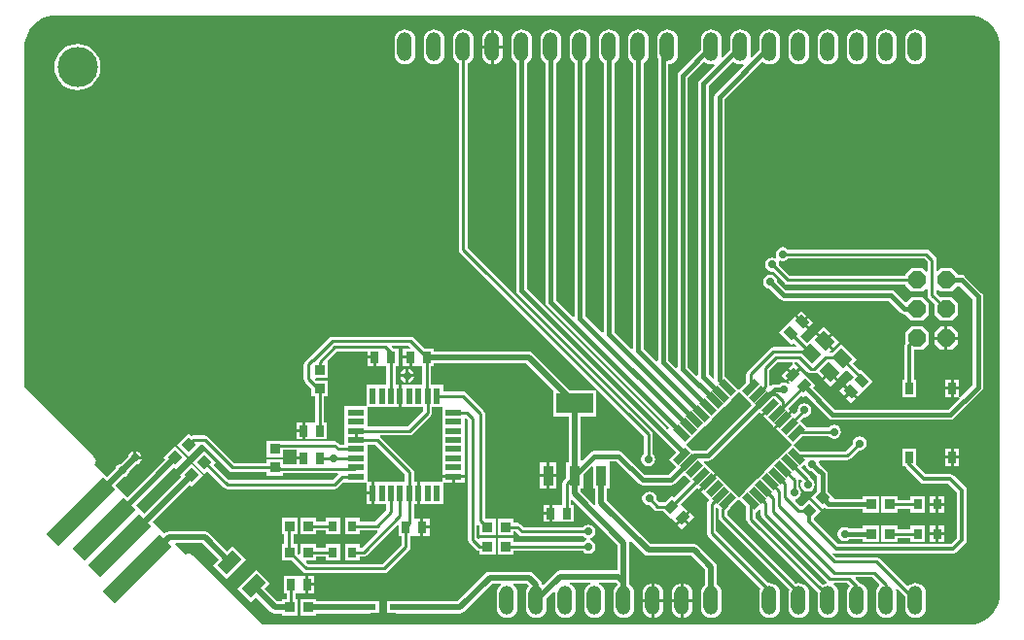
<source format=gtl>
G04 Layer_Physical_Order=1*
G04 Layer_Color=255*
%FSLAX24Y24*%
%MOIN*%
G70*
G01*
G75*
G04:AMPARAMS|DCode=10|XSize=37.4mil|YSize=35.4mil|CornerRadius=0mil|HoleSize=0mil|Usage=FLASHONLY|Rotation=315.000|XOffset=0mil|YOffset=0mil|HoleType=Round|Shape=Rectangle|*
%AMROTATEDRECTD10*
4,1,4,-0.0258,0.0007,-0.0007,0.0258,0.0258,-0.0007,0.0007,-0.0258,-0.0258,0.0007,0.0*
%
%ADD10ROTATEDRECTD10*%

%ADD11R,0.0374X0.0354*%
%ADD12R,0.0354X0.0374*%
%ADD13R,0.0315X0.0374*%
%ADD14R,0.0307X0.0390*%
G04:AMPARAMS|DCode=15|XSize=275.6mil|YSize=59.1mil|CornerRadius=0mil|HoleSize=0mil|Usage=FLASHONLY|Rotation=45.000|XOffset=0mil|YOffset=0mil|HoleType=Round|Shape=Rectangle|*
%AMROTATEDRECTD15*
4,1,4,-0.0766,-0.1183,-0.1183,-0.0766,0.0766,0.1183,0.1183,0.0766,-0.0766,-0.1183,0.0*
%
%ADD15ROTATEDRECTD15*%

G04:AMPARAMS|DCode=16|XSize=246.1mil|YSize=59.1mil|CornerRadius=0mil|HoleSize=0mil|Usage=FLASHONLY|Rotation=45.000|XOffset=0mil|YOffset=0mil|HoleType=Round|Shape=Rectangle|*
%AMROTATEDRECTD16*
4,1,4,-0.0661,-0.1079,-0.1079,-0.0661,0.0661,0.1079,0.1079,0.0661,-0.0661,-0.1079,0.0*
%
%ADD16ROTATEDRECTD16*%

G04:AMPARAMS|DCode=17|XSize=55.1mil|YSize=45.3mil|CornerRadius=0mil|HoleSize=0mil|Usage=FLASHONLY|Rotation=135.000|XOffset=0mil|YOffset=0mil|HoleType=Round|Shape=Rectangle|*
%AMROTATEDRECTD17*
4,1,4,0.0355,-0.0035,0.0035,-0.0355,-0.0355,0.0035,-0.0035,0.0355,0.0355,-0.0035,0.0*
%
%ADD17ROTATEDRECTD17*%

G04:AMPARAMS|DCode=18|XSize=58.1mil|YSize=23.6mil|CornerRadius=0mil|HoleSize=0mil|Usage=FLASHONLY|Rotation=225.000|XOffset=0mil|YOffset=0mil|HoleType=Round|Shape=Rectangle|*
%AMROTATEDRECTD18*
4,1,4,0.0122,0.0289,0.0289,0.0122,-0.0122,-0.0289,-0.0289,-0.0122,0.0122,0.0289,0.0*
%
%ADD18ROTATEDRECTD18*%

G04:AMPARAMS|DCode=19|XSize=58.1mil|YSize=23.6mil|CornerRadius=0mil|HoleSize=0mil|Usage=FLASHONLY|Rotation=315.000|XOffset=0mil|YOffset=0mil|HoleType=Round|Shape=Rectangle|*
%AMROTATEDRECTD19*
4,1,4,-0.0289,0.0122,-0.0122,0.0289,0.0289,-0.0122,0.0122,-0.0289,-0.0289,0.0122,0.0*
%
%ADD19ROTATEDRECTD19*%

G04:AMPARAMS|DCode=20|XSize=39mil|YSize=30.7mil|CornerRadius=0mil|HoleSize=0mil|Usage=FLASHONLY|Rotation=225.000|XOffset=0mil|YOffset=0mil|HoleType=Round|Shape=Rectangle|*
%AMROTATEDRECTD20*
4,1,4,0.0029,0.0246,0.0246,0.0029,-0.0029,-0.0246,-0.0246,-0.0029,0.0029,0.0246,0.0*
%
%ADD20ROTATEDRECTD20*%

G04:AMPARAMS|DCode=21|XSize=39mil|YSize=30.7mil|CornerRadius=0mil|HoleSize=0mil|Usage=FLASHONLY|Rotation=315.000|XOffset=0mil|YOffset=0mil|HoleType=Round|Shape=Rectangle|*
%AMROTATEDRECTD21*
4,1,4,-0.0246,0.0029,-0.0029,0.0246,0.0246,-0.0029,0.0029,-0.0246,-0.0246,0.0029,0.0*
%
%ADD21ROTATEDRECTD21*%

G04:AMPARAMS|DCode=22|XSize=71.7mil|YSize=45.7mil|CornerRadius=0mil|HoleSize=0mil|Usage=FLASHONLY|Rotation=225.000|XOffset=0mil|YOffset=0mil|HoleType=Round|Shape=Rectangle|*
%AMROTATEDRECTD22*
4,1,4,0.0092,0.0415,0.0415,0.0092,-0.0092,-0.0415,-0.0415,-0.0092,0.0092,0.0415,0.0*
%
%ADD22ROTATEDRECTD22*%

%ADD23R,0.0581X0.0236*%
%ADD24R,0.0236X0.0581*%
%ADD25R,0.0433X0.0197*%
%ADD26R,0.0374X0.0689*%
%ADD27R,0.1260X0.0689*%
%ADD28R,0.0276X0.0394*%
%ADD29C,0.0100*%
%ADD30C,0.0150*%
%ADD31C,0.0200*%
%ADD32C,0.0120*%
%ADD33O,0.0500X0.1000*%
%ADD34P,0.0660X8X292.5*%
%ADD35C,0.1378*%
%ADD36C,0.0276*%
G36*
X32670Y21055D02*
X32838Y21015D01*
X32998Y20949D01*
X33145Y20859D01*
X33276Y20747D01*
X33388Y20615D01*
X33478Y20468D01*
X33545Y20309D01*
X33585Y20141D01*
X33598Y19973D01*
X33597Y19969D01*
Y1262D01*
X33595Y1252D01*
X33595D01*
X33596Y1251D01*
X33583Y1080D01*
X33543Y912D01*
X33476Y752D01*
X33386Y605D01*
X33274Y474D01*
X33143Y362D01*
X32996Y272D01*
X32836Y205D01*
X32668Y165D01*
X32501Y152D01*
X32496Y153D01*
X8330D01*
X5895Y2550D01*
X5870Y2566D01*
X5846Y2582D01*
X5845Y2582D01*
X5845Y2583D01*
X5816Y2588D01*
X5787Y2594D01*
X5787Y2594D01*
X5786Y2594D01*
X5758Y2588D01*
X5729Y2582D01*
X5728Y2582D01*
X5728Y2582D01*
X5704Y2565D01*
X5679Y2549D01*
X5329Y2899D01*
X5348Y2946D01*
X6254D01*
X6811Y2388D01*
X6632Y2209D01*
X7096Y1744D01*
X7744Y2392D01*
X7280Y2857D01*
X7100Y2677D01*
X6483Y3294D01*
X6417Y3338D01*
X6339Y3354D01*
X5104D01*
X5026Y3338D01*
X4960Y3294D01*
X4947Y3281D01*
X4554Y3675D01*
X5828Y4949D01*
X5887Y4890D01*
X6279Y5282D01*
X5873Y5688D01*
X5481Y5296D01*
X5539Y5237D01*
X4265Y3963D01*
X3983Y4246D01*
X5277Y5539D01*
X5335Y5481D01*
X5727Y5873D01*
X5322Y6279D01*
X4930Y5887D01*
X4988Y5828D01*
X3694Y4534D01*
X3287Y4942D01*
X3561Y5216D01*
X3597Y5223D01*
X3675Y5276D01*
X3728Y5354D01*
X3735Y5390D01*
X3994Y5649D01*
X4030Y5656D01*
X4108Y5709D01*
X4161Y5787D01*
X4170Y5830D01*
X3937D01*
Y5880D01*
X3887D01*
Y6113D01*
X3844Y6104D01*
X3766Y6052D01*
X3713Y5973D01*
X3706Y5937D01*
X3447Y5678D01*
X3411Y5671D01*
X3332Y5619D01*
X3280Y5540D01*
X3273Y5504D01*
X2998Y5230D01*
X2555Y5673D01*
X2571Y5698D01*
X2588Y5722D01*
X2588Y5722D01*
X2588Y5723D01*
X2594Y5752D01*
X2600Y5780D01*
X2600Y5781D01*
X2600Y5781D01*
X2594Y5810D01*
X2589Y5839D01*
X2588Y5839D01*
X2588Y5840D01*
X2572Y5864D01*
X2556Y5889D01*
X153Y8330D01*
Y19969D01*
X152Y19973D01*
X165Y20141D01*
X205Y20309D01*
X272Y20468D01*
X362Y20615D01*
X474Y20747D01*
X605Y20859D01*
X752Y20949D01*
X912Y21015D01*
X1080Y21055D01*
X1247Y21068D01*
X1252Y21068D01*
X32498D01*
X32503Y21068D01*
X32670Y21055D01*
D02*
G37*
%LPC*%
G36*
X15248Y5186D02*
X14907D01*
Y5018D01*
X15248D01*
Y5186D01*
D02*
G37*
G36*
X18397Y5226D02*
X18160D01*
Y4831D01*
X18397D01*
Y5226D01*
D02*
G37*
G36*
Y5720D02*
X18160D01*
Y5326D01*
X18397D01*
Y5720D01*
D02*
G37*
G36*
X18060D02*
X17823D01*
Y5326D01*
X18060D01*
Y5720D01*
D02*
G37*
G36*
Y5226D02*
X17823D01*
Y4831D01*
X18060D01*
Y5226D01*
D02*
G37*
G36*
X31387Y4578D02*
X31180D01*
Y4341D01*
X31387D01*
Y4578D01*
D02*
G37*
G36*
X14807Y5186D02*
X14467D01*
Y5060D01*
X13711D01*
Y4670D01*
Y4280D01*
X14509D01*
Y5018D01*
X14807D01*
Y5186D01*
D02*
G37*
G36*
X31025Y4578D02*
X30510D01*
Y4444D01*
X30080D01*
Y4578D01*
X29526D01*
Y4004D01*
X30080D01*
Y4138D01*
X30510D01*
Y4004D01*
X31025D01*
Y4578D01*
D02*
G37*
G36*
X31694D02*
X31487D01*
Y4341D01*
X31694D01*
Y4578D01*
D02*
G37*
G36*
X31899Y5856D02*
X31711D01*
Y5609D01*
X31899D01*
Y5856D01*
D02*
G37*
G36*
X9674Y7106D02*
X9471D01*
Y6861D01*
X9674D01*
Y7106D01*
D02*
G37*
G36*
Y6761D02*
X9471D01*
Y6516D01*
X9674D01*
Y6761D01*
D02*
G37*
G36*
X26890Y7762D02*
X26797Y7744D01*
X26718Y7691D01*
X26666Y7612D01*
X26647Y7520D01*
X26652Y7498D01*
X26525Y7371D01*
X26471Y7425D01*
X26195Y7149D01*
X25919Y6873D01*
X26175Y6617D01*
X26453Y6339D01*
X26175Y6060D01*
X25952Y5837D01*
X25729Y5615D01*
X25507Y5392D01*
X25284Y5169D01*
X25061Y4947D01*
X24838Y4724D01*
X24646Y4531D01*
X24367Y4810D01*
X24144Y5032D01*
X23922Y5255D01*
X23889Y5288D01*
X23613Y5012D01*
X23337Y4736D01*
X23370Y4703D01*
X23638Y4434D01*
X23593Y4388D01*
X23559Y4339D01*
X23548Y4280D01*
Y3307D01*
X23559Y3249D01*
X23593Y3199D01*
X25385Y1406D01*
X25352Y1326D01*
X25340Y1234D01*
Y734D01*
X25352Y643D01*
X25387Y558D01*
X25443Y485D01*
X25516Y429D01*
X25602Y393D01*
X25693Y381D01*
X25784Y393D01*
X25869Y429D01*
X25943Y485D01*
X25999Y558D01*
X26034Y643D01*
X26046Y734D01*
Y1234D01*
X26034Y1326D01*
X25999Y1411D01*
X25943Y1484D01*
X25869Y1540D01*
X25784Y1575D01*
X25693Y1587D01*
X25643Y1581D01*
X23854Y3370D01*
Y4148D01*
X23893Y4168D01*
X23904Y4169D01*
X23942Y4131D01*
Y3858D01*
X23953Y3800D01*
X23986Y3750D01*
X26369Y1367D01*
X26352Y1326D01*
X26340Y1234D01*
Y734D01*
X26352Y643D01*
X26387Y558D01*
X26443Y485D01*
X26516Y429D01*
X26602Y393D01*
X26693Y381D01*
X26784Y393D01*
X26869Y429D01*
X26943Y485D01*
X26999Y558D01*
X27034Y643D01*
X27046Y734D01*
Y1234D01*
X27034Y1326D01*
X26999Y1411D01*
X26943Y1484D01*
X26869Y1540D01*
X26784Y1575D01*
X26693Y1587D01*
X26602Y1575D01*
X26596Y1573D01*
X24247Y3922D01*
Y4071D01*
X24353Y4177D01*
X24358Y4184D01*
X24646Y4471D01*
X24893Y4224D01*
Y3773D01*
X24905Y3714D01*
X24938Y3665D01*
X27343Y1259D01*
X27340Y1234D01*
Y734D01*
X27352Y643D01*
X27387Y558D01*
X27443Y485D01*
X27516Y429D01*
X27602Y393D01*
X27693Y381D01*
X27784Y393D01*
X27869Y429D01*
X27943Y485D01*
X27999Y558D01*
X28034Y643D01*
X28046Y734D01*
Y1234D01*
X28034Y1326D01*
X27999Y1411D01*
X27943Y1484D01*
X27883Y1529D01*
X27900Y1579D01*
X28362D01*
X28444Y1497D01*
X28443Y1484D01*
X28387Y1411D01*
X28352Y1326D01*
X28340Y1234D01*
Y734D01*
X28352Y643D01*
X28387Y558D01*
X28443Y485D01*
X28516Y429D01*
X28602Y393D01*
X28693Y381D01*
X28784Y393D01*
X28869Y429D01*
X28943Y485D01*
X28999Y558D01*
X29034Y643D01*
X29046Y734D01*
Y1234D01*
X29034Y1326D01*
X28999Y1411D01*
X28943Y1484D01*
X28869Y1540D01*
X28805Y1567D01*
X28801Y1573D01*
X28641Y1733D01*
X28660Y1779D01*
X29225D01*
X29460Y1544D01*
X29457Y1494D01*
X29443Y1484D01*
X29387Y1411D01*
X29352Y1326D01*
X29340Y1234D01*
Y734D01*
X29352Y643D01*
X29387Y558D01*
X29443Y485D01*
X29516Y429D01*
X29602Y393D01*
X29693Y381D01*
X29784Y393D01*
X29869Y429D01*
X29943Y485D01*
X29999Y558D01*
X30034Y643D01*
X30046Y734D01*
Y1234D01*
X30034Y1326D01*
X30012Y1378D01*
X30055Y1406D01*
X30340Y1121D01*
Y734D01*
X30352Y643D01*
X30387Y558D01*
X30443Y485D01*
X30516Y429D01*
X30602Y393D01*
X30693Y381D01*
X30784Y393D01*
X30869Y429D01*
X30943Y485D01*
X30999Y558D01*
X31034Y643D01*
X31046Y734D01*
Y1234D01*
X31034Y1326D01*
X30999Y1411D01*
X30943Y1484D01*
X30869Y1540D01*
X30784Y1575D01*
X30693Y1587D01*
X30602Y1575D01*
X30516Y1540D01*
X30443Y1484D01*
X30412Y1482D01*
X29462Y2431D01*
X29413Y2464D01*
X29354Y2476D01*
X27977D01*
X27863Y2590D01*
X27895Y2629D01*
X27930Y2605D01*
X27992Y2593D01*
X31969D01*
X32031Y2605D01*
X32084Y2641D01*
X32399Y2956D01*
X32434Y3008D01*
X32447Y3071D01*
Y4764D01*
X32434Y4826D01*
X32399Y4879D01*
X32005Y5273D01*
X31952Y5308D01*
X31890Y5321D01*
X31052D01*
X30730Y5643D01*
Y6202D01*
X30254D01*
Y5609D01*
X30337D01*
X30341Y5587D01*
X30377Y5534D01*
X30869Y5042D01*
X30922Y5007D01*
X30984Y4994D01*
X31822D01*
X32120Y4696D01*
Y3138D01*
X31901Y2919D01*
X28060D01*
X27224Y3755D01*
Y3826D01*
X27460Y4062D01*
X27054Y4468D01*
X26808Y4222D01*
X26743D01*
X26567Y4398D01*
X26583Y4452D01*
X26628Y4461D01*
X26707Y4514D01*
X26759Y4592D01*
X26778Y4685D01*
X26759Y4778D01*
X26707Y4856D01*
X26688Y4869D01*
Y5117D01*
X26687Y5124D01*
X26733Y5148D01*
X26802Y5080D01*
X26784Y5053D01*
X26765Y4961D01*
X26784Y4868D01*
X26836Y4789D01*
X26915Y4737D01*
X27008Y4718D01*
X27101Y4737D01*
X27179Y4789D01*
X27232Y4868D01*
X27250Y4961D01*
X27232Y5053D01*
X27179Y5132D01*
X27112Y5177D01*
X27110Y5188D01*
X27100Y5202D01*
X27093Y5218D01*
X27084Y5227D01*
X27077Y5237D01*
X26766Y5548D01*
X26875Y5656D01*
X26929Y5639D01*
X26941Y5577D01*
X26994Y5498D01*
X27073Y5445D01*
X27134Y5433D01*
X27160Y5404D01*
X27169Y5397D01*
X27175Y5388D01*
X27328Y5251D01*
Y4742D01*
X27107Y4521D01*
X27513Y4115D01*
X27583Y4185D01*
X27603Y4165D01*
X27661Y4126D01*
X27729Y4113D01*
X27729Y4113D01*
X28896D01*
Y4004D01*
X29450D01*
Y4578D01*
X28896D01*
Y4470D01*
X27921D01*
X27905Y4507D01*
Y4507D01*
X27685Y4728D01*
Y5331D01*
X27684Y5336D01*
X27684Y5341D01*
X27677Y5370D01*
X27671Y5399D01*
X27668Y5404D01*
X27667Y5408D01*
X27649Y5432D01*
X27632Y5457D01*
X27628Y5460D01*
X27625Y5464D01*
X27422Y5646D01*
X27407Y5664D01*
X27408Y5669D01*
X27391Y5754D01*
X27415Y5804D01*
X28359D01*
X28417Y5816D01*
X28467Y5849D01*
X28758Y6140D01*
X28780Y6136D01*
X28872Y6154D01*
X28951Y6207D01*
X29004Y6285D01*
X29022Y6378D01*
X29004Y6471D01*
X28951Y6549D01*
X28872Y6602D01*
X28780Y6620D01*
X28687Y6602D01*
X28608Y6549D01*
X28556Y6471D01*
X28537Y6378D01*
X28541Y6356D01*
X28295Y6110D01*
X26742D01*
X26513Y6339D01*
X26800Y6625D01*
X27723D01*
X27735Y6607D01*
X27814Y6554D01*
X27907Y6536D01*
X28000Y6554D01*
X28078Y6607D01*
X28131Y6685D01*
X28149Y6778D01*
X28131Y6871D01*
X28078Y6950D01*
X28000Y7002D01*
X27907Y7021D01*
X27814Y7002D01*
X27735Y6950D01*
X27723Y6931D01*
X26965D01*
X26741Y7155D01*
X26868Y7282D01*
X26890Y7277D01*
X26983Y7296D01*
X27061Y7348D01*
X27114Y7427D01*
X27132Y7520D01*
X27114Y7612D01*
X27061Y7691D01*
X26983Y7744D01*
X26890Y7762D01*
D02*
G37*
G36*
X22743Y1581D02*
Y1034D01*
X23046D01*
Y1234D01*
X23034Y1326D01*
X22999Y1411D01*
X22943Y1484D01*
X22869Y1540D01*
X22784Y1575D01*
X22743Y1581D01*
D02*
G37*
G36*
X8101Y2035D02*
X7453Y1387D01*
X7917Y923D01*
X8097Y1103D01*
X8596Y604D01*
X8662Y560D01*
X8740Y544D01*
X8740Y544D01*
X8975D01*
Y461D01*
X9529D01*
Y1035D01*
X9444D01*
Y1241D01*
X9539D01*
X9545Y1241D01*
X9589D01*
X9595Y1241D01*
X9793D01*
Y1535D01*
Y1830D01*
X9595D01*
X9589Y1830D01*
X9545D01*
X9539Y1830D01*
X9038D01*
Y1241D01*
X9138D01*
Y1035D01*
X8975D01*
Y952D01*
X8825D01*
X8385Y1391D01*
X8565Y1571D01*
X8101Y2035D01*
D02*
G37*
G36*
X3987Y6113D02*
Y5930D01*
X4170D01*
X4161Y5973D01*
X4108Y6052D01*
X4030Y6104D01*
X3987Y6113D01*
D02*
G37*
G36*
X32187Y5856D02*
X31999D01*
Y5609D01*
X32187D01*
Y5856D01*
D02*
G37*
G36*
Y6202D02*
X31999D01*
Y5956D01*
X32187D01*
Y6202D01*
D02*
G37*
G36*
X31899D02*
X31711D01*
Y5956D01*
X31899D01*
Y6202D01*
D02*
G37*
G36*
X31694Y3555D02*
X31487D01*
Y3318D01*
X31694D01*
Y3555D01*
D02*
G37*
G36*
X31387D02*
X31180D01*
Y3318D01*
X31387D01*
Y3555D01*
D02*
G37*
G36*
X22715Y3750D02*
X22541Y3577D01*
X22685Y3433D01*
X22858Y3606D01*
X22715Y3750D01*
D02*
G37*
G36*
X31025Y3555D02*
X30510D01*
Y3421D01*
X30080D01*
Y3555D01*
X29526D01*
Y2981D01*
X30080D01*
Y3115D01*
X30510D01*
Y2981D01*
X31025D01*
Y3555D01*
D02*
G37*
G36*
X14033Y3454D02*
X13830D01*
Y3209D01*
X14033D01*
Y3454D01*
D02*
G37*
G36*
X31387Y3218D02*
X31180D01*
Y2981D01*
X31387D01*
Y3218D01*
D02*
G37*
G36*
X9893Y1830D02*
Y1585D01*
X10096D01*
Y1830D01*
X9893D01*
D02*
G37*
G36*
X16931Y3791D02*
X16376D01*
Y3217D01*
X16931D01*
Y3351D01*
X16984D01*
X17097Y3238D01*
X17146Y3205D01*
X17205Y3194D01*
X19304D01*
X19317Y3175D01*
X19395Y3122D01*
X19428Y3116D01*
Y3065D01*
X19395Y3059D01*
X19317Y3006D01*
X19304Y2988D01*
X16931D01*
Y3122D01*
X16376D01*
Y2548D01*
X16931D01*
Y2682D01*
X19304D01*
X19317Y2663D01*
X19395Y2611D01*
X19488Y2592D01*
X19581Y2611D01*
X19660Y2663D01*
X19712Y2742D01*
X19731Y2835D01*
X19712Y2927D01*
X19660Y3006D01*
X19581Y3059D01*
X19549Y3065D01*
Y3116D01*
X19581Y3122D01*
X19660Y3175D01*
X19712Y3254D01*
X19731Y3346D01*
X19712Y3439D01*
X19660Y3518D01*
X19581Y3570D01*
X19488Y3589D01*
X19395Y3570D01*
X19317Y3518D01*
X19304Y3499D01*
X17268D01*
X17155Y3612D01*
X17106Y3645D01*
X17047Y3657D01*
X16931D01*
Y3791D01*
D02*
G37*
G36*
X31694Y3218D02*
X31487D01*
Y2981D01*
X31694D01*
Y3218D01*
D02*
G37*
G36*
X29450Y3555D02*
X28896D01*
Y3446D01*
X28429D01*
X28361Y3492D01*
X28268Y3510D01*
X28175Y3492D01*
X28096Y3439D01*
X28044Y3361D01*
X28025Y3268D01*
X28044Y3175D01*
X28096Y3096D01*
X28175Y3044D01*
X28268Y3025D01*
X28361Y3044D01*
X28429Y3089D01*
X28896D01*
Y2981D01*
X29450D01*
Y3555D01*
D02*
G37*
G36*
X18139Y4271D02*
X17935D01*
Y4026D01*
X18139D01*
Y4271D01*
D02*
G37*
G36*
X31694Y4241D02*
X31487D01*
Y4004D01*
X31694D01*
Y4241D01*
D02*
G37*
G36*
X12037Y4620D02*
X11868D01*
Y4280D01*
X12037D01*
Y4620D01*
D02*
G37*
G36*
X10096Y1485D02*
X9893D01*
Y1241D01*
X10096D01*
Y1485D01*
D02*
G37*
G36*
X31387Y4241D02*
X31180D01*
Y4004D01*
X31387D01*
Y4241D01*
D02*
G37*
G36*
X22958Y3994D02*
X22785Y3821D01*
X22929Y3677D01*
X23102Y3850D01*
X22958Y3994D01*
D02*
G37*
G36*
X13830Y3799D02*
Y3554D01*
X14033D01*
Y3799D01*
X13830D01*
D02*
G37*
G36*
X10986Y3830D02*
X10471D01*
Y3696D01*
X10159D01*
Y3830D01*
X9605D01*
Y3256D01*
X10159D01*
Y3390D01*
X10471D01*
Y3256D01*
X10986D01*
Y3830D01*
D02*
G37*
G36*
X18139Y3926D02*
X17935D01*
Y3681D01*
X18139D01*
Y3926D01*
D02*
G37*
G36*
X28467Y8081D02*
X28323Y7937D01*
X28496Y7764D01*
X28640Y7908D01*
X28467Y8081D01*
D02*
G37*
G36*
X1969Y20084D02*
X1814Y20069D01*
X1665Y20024D01*
X1528Y19951D01*
X1408Y19852D01*
X1309Y19732D01*
X1236Y19595D01*
X1191Y19446D01*
X1176Y19291D01*
X1191Y19137D01*
X1236Y18988D01*
X1309Y18851D01*
X1408Y18731D01*
X1528Y18632D01*
X1665Y18559D01*
X1814Y18514D01*
X1969Y18499D01*
X2123Y18514D01*
X2272Y18559D01*
X2409Y18632D01*
X2529Y18731D01*
X2628Y18851D01*
X2701Y18988D01*
X2746Y19137D01*
X2761Y19291D01*
X2746Y19446D01*
X2701Y19595D01*
X2628Y19732D01*
X2529Y19852D01*
X2409Y19951D01*
X2272Y20024D01*
X2123Y20069D01*
X1969Y20084D01*
D02*
G37*
G36*
X22046Y934D02*
X21743D01*
Y388D01*
X21784Y393D01*
X21869Y429D01*
X21943Y485D01*
X21999Y558D01*
X22034Y643D01*
X22046Y734D01*
Y934D01*
D02*
G37*
G36*
X14193Y20587D02*
X14102Y20575D01*
X14016Y20540D01*
X13943Y20484D01*
X13887Y20411D01*
X13852Y20326D01*
X13840Y20234D01*
Y19734D01*
X13852Y19643D01*
X13887Y19558D01*
X13943Y19485D01*
X14016Y19429D01*
X14102Y19393D01*
X14193Y19381D01*
X14284Y19393D01*
X14369Y19429D01*
X14443Y19485D01*
X14499Y19558D01*
X14534Y19643D01*
X14546Y19734D01*
Y20234D01*
X14534Y20326D01*
X14499Y20411D01*
X14443Y20484D01*
X14369Y20540D01*
X14284Y20575D01*
X14193Y20587D01*
D02*
G37*
G36*
X13193D02*
X13102Y20575D01*
X13016Y20540D01*
X12943Y20484D01*
X12887Y20411D01*
X12852Y20326D01*
X12840Y20234D01*
Y19734D01*
X12852Y19643D01*
X12887Y19558D01*
X12943Y19485D01*
X13016Y19429D01*
X13102Y19393D01*
X13193Y19381D01*
X13284Y19393D01*
X13369Y19429D01*
X13443Y19485D01*
X13499Y19558D01*
X13534Y19643D01*
X13546Y19734D01*
Y20234D01*
X13534Y20326D01*
X13499Y20411D01*
X13443Y20484D01*
X13369Y20540D01*
X13284Y20575D01*
X13193Y20587D01*
D02*
G37*
G36*
X26780Y10937D02*
X26636Y10793D01*
X26809Y10620D01*
X26953Y10764D01*
X26780Y10937D01*
D02*
G37*
G36*
X31945Y10389D02*
X31793D01*
Y10034D01*
X32148D01*
Y10187D01*
X31945Y10389D01*
D02*
G37*
G36*
X31693D02*
X31540D01*
X31338Y10187D01*
Y10034D01*
X31693D01*
Y10389D01*
D02*
G37*
G36*
X25709Y12172D02*
X25616Y12153D01*
X25537Y12101D01*
X25485Y12022D01*
X25466Y11929D01*
X25485Y11836D01*
X25537Y11758D01*
X25616Y11705D01*
X25696Y11689D01*
X26055Y11331D01*
X26055Y11331D01*
X26113Y11292D01*
X26181Y11278D01*
X29769D01*
X30189Y10858D01*
X30189Y10858D01*
X30247Y10819D01*
X30315Y10806D01*
X30338D01*
Y10782D01*
X30540Y10579D01*
X30945D01*
X31148Y10782D01*
Y11187D01*
X30945Y11389D01*
X30540D01*
X30351Y11200D01*
X29969Y11583D01*
X29911Y11622D01*
X29843Y11635D01*
X26255D01*
X25949Y11941D01*
X25933Y12022D01*
X25880Y12101D01*
X25801Y12153D01*
X25709Y12172D01*
D02*
G37*
G36*
X27024Y10693D02*
X26880Y10549D01*
X27053Y10376D01*
X27197Y10520D01*
X27024Y10693D01*
D02*
G37*
G36*
X26693Y20587D02*
X26602Y20575D01*
X26516Y20540D01*
X26443Y20484D01*
X26387Y20411D01*
X26352Y20326D01*
X26340Y20234D01*
Y19734D01*
X26352Y19643D01*
X26387Y19558D01*
X26443Y19485D01*
X26516Y19429D01*
X26602Y19393D01*
X26693Y19381D01*
X26784Y19393D01*
X26869Y19429D01*
X26943Y19485D01*
X26999Y19558D01*
X27034Y19643D01*
X27046Y19734D01*
Y20234D01*
X27034Y20326D01*
X26999Y20411D01*
X26943Y20484D01*
X26869Y20540D01*
X26784Y20575D01*
X26693Y20587D01*
D02*
G37*
G36*
X25693D02*
X25602Y20575D01*
X25516Y20540D01*
X25443Y20484D01*
X25387Y20411D01*
X25352Y20326D01*
X25340Y20234D01*
Y19884D01*
X25080Y19624D01*
X25047Y19638D01*
X25035Y19649D01*
X25046Y19734D01*
Y20234D01*
X25034Y20326D01*
X24999Y20411D01*
X24943Y20484D01*
X24869Y20540D01*
X24784Y20575D01*
X24693Y20587D01*
X24602Y20575D01*
X24516Y20540D01*
X24443Y20484D01*
X24387Y20411D01*
X24352Y20326D01*
X24340Y20234D01*
Y19884D01*
X24080Y19624D01*
X24047Y19638D01*
X24035Y19649D01*
X24046Y19734D01*
Y20234D01*
X24034Y20326D01*
X23999Y20411D01*
X23943Y20484D01*
X23869Y20540D01*
X23784Y20575D01*
X23693Y20587D01*
X23602Y20575D01*
X23516Y20540D01*
X23443Y20484D01*
X23387Y20411D01*
X23352Y20326D01*
X23340Y20234D01*
Y19884D01*
X22590Y19134D01*
X22552Y19076D01*
X22538Y19008D01*
Y8992D01*
X22488Y8971D01*
X22226Y9234D01*
Y19386D01*
X22284Y19393D01*
X22369Y19429D01*
X22443Y19485D01*
X22499Y19558D01*
X22534Y19643D01*
X22546Y19734D01*
Y20234D01*
X22534Y20326D01*
X22499Y20411D01*
X22443Y20484D01*
X22369Y20540D01*
X22284Y20575D01*
X22193Y20587D01*
X22102Y20575D01*
X22016Y20540D01*
X21943Y20484D01*
X21887Y20411D01*
X21852Y20326D01*
X21840Y20234D01*
Y19734D01*
X21852Y19643D01*
X21869Y19602D01*
Y9216D01*
X21819Y9195D01*
X21371Y9643D01*
Y19430D01*
X21443Y19485D01*
X21499Y19558D01*
X21534Y19643D01*
X21546Y19734D01*
Y20234D01*
X21534Y20326D01*
X21499Y20411D01*
X21443Y20484D01*
X21369Y20540D01*
X21284Y20575D01*
X21193Y20587D01*
X21102Y20575D01*
X21016Y20540D01*
X20943Y20484D01*
X20887Y20411D01*
X20852Y20326D01*
X20840Y20234D01*
Y19734D01*
X20852Y19643D01*
X20887Y19558D01*
X20943Y19485D01*
X21014Y19430D01*
Y9625D01*
X20964Y9604D01*
X20371Y10197D01*
Y19430D01*
X20443Y19485D01*
X20499Y19558D01*
X20534Y19643D01*
X20546Y19734D01*
Y20234D01*
X20534Y20326D01*
X20499Y20411D01*
X20443Y20484D01*
X20369Y20540D01*
X20284Y20575D01*
X20193Y20587D01*
X20102Y20575D01*
X20016Y20540D01*
X19943Y20484D01*
X19887Y20411D01*
X19852Y20326D01*
X19840Y20234D01*
Y19734D01*
X19852Y19643D01*
X19887Y19558D01*
X19943Y19485D01*
X20014Y19430D01*
Y10179D01*
X19964Y10159D01*
X19371Y10752D01*
Y19430D01*
X19443Y19485D01*
X19499Y19558D01*
X19534Y19643D01*
X19546Y19734D01*
Y20234D01*
X19534Y20326D01*
X19499Y20411D01*
X19443Y20484D01*
X19369Y20540D01*
X19284Y20575D01*
X19193Y20587D01*
X19102Y20575D01*
X19016Y20540D01*
X18943Y20484D01*
X18887Y20411D01*
X18852Y20326D01*
X18840Y20234D01*
Y19734D01*
X18852Y19643D01*
X18887Y19558D01*
X18943Y19485D01*
X19014Y19430D01*
Y10734D01*
X18964Y10713D01*
X18371Y11306D01*
Y19430D01*
X18443Y19485D01*
X18499Y19558D01*
X18534Y19643D01*
X18546Y19734D01*
Y20234D01*
X18534Y20326D01*
X18499Y20411D01*
X18443Y20484D01*
X18369Y20540D01*
X18284Y20575D01*
X18193Y20587D01*
X18102Y20575D01*
X18016Y20540D01*
X17943Y20484D01*
X17887Y20411D01*
X17852Y20326D01*
X17840Y20234D01*
Y19734D01*
X17852Y19643D01*
X17887Y19558D01*
X17943Y19485D01*
X18014Y19430D01*
Y11232D01*
X18028Y11164D01*
X18067Y11106D01*
X22259Y6914D01*
Y6904D01*
X22237Y6879D01*
X22196Y6876D01*
X17371Y11700D01*
Y19430D01*
X17443Y19485D01*
X17499Y19558D01*
X17534Y19643D01*
X17546Y19734D01*
Y20234D01*
X17534Y20326D01*
X17499Y20411D01*
X17443Y20484D01*
X17369Y20540D01*
X17284Y20575D01*
X17193Y20587D01*
X17102Y20575D01*
X17016Y20540D01*
X16943Y20484D01*
X16887Y20411D01*
X16852Y20326D01*
X16840Y20234D01*
Y19734D01*
X16852Y19643D01*
X16887Y19558D01*
X16943Y19485D01*
X17014Y19430D01*
Y11626D01*
X17028Y11558D01*
X17067Y11500D01*
X22503Y6063D01*
X22256Y5816D01*
X22472Y5601D01*
X22489Y5548D01*
X22238Y5297D01*
X21412D01*
X20638Y6071D01*
X20580Y6110D01*
X20512Y6123D01*
X19685D01*
X19617Y6110D01*
X19559Y6071D01*
X19559Y6071D01*
X19266Y5778D01*
X19220Y5797D01*
Y7311D01*
X19746D01*
Y8151D01*
X19746Y8196D01*
X19784Y8228D01*
X21382Y6630D01*
Y6011D01*
X21364Y5998D01*
X21311Y5920D01*
X21293Y5827D01*
X21311Y5734D01*
X21364Y5655D01*
X21443Y5603D01*
X21535Y5584D01*
X21628Y5603D01*
X21707Y5655D01*
X21759Y5734D01*
X21778Y5827D01*
X21759Y5920D01*
X21707Y5998D01*
X21688Y6011D01*
Y6693D01*
X21677Y6751D01*
X21644Y6801D01*
X15346Y13099D01*
Y19419D01*
X15369Y19429D01*
X15443Y19485D01*
X15499Y19558D01*
X15534Y19643D01*
X15546Y19734D01*
Y20234D01*
X15534Y20326D01*
X15499Y20411D01*
X15443Y20484D01*
X15369Y20540D01*
X15284Y20575D01*
X15193Y20587D01*
X15102Y20575D01*
X15016Y20540D01*
X14943Y20484D01*
X14887Y20411D01*
X14852Y20326D01*
X14840Y20234D01*
Y19734D01*
X14852Y19643D01*
X14887Y19558D01*
X14943Y19485D01*
X15016Y19429D01*
X15040Y19419D01*
Y13035D01*
X15052Y12977D01*
X15085Y12927D01*
X19773Y8239D01*
X19741Y8200D01*
X19698Y8200D01*
X18860D01*
X17585Y9475D01*
X17519Y9519D01*
X17441Y9535D01*
X14191D01*
Y9626D01*
X13868D01*
X13500Y9993D01*
X13451Y10026D01*
X13392Y10038D01*
X10705D01*
X10646Y10026D01*
X10596Y9993D01*
X9970Y9366D01*
X9968Y9366D01*
X9918Y9333D01*
X9774Y9188D01*
X9741Y9139D01*
X9729Y9080D01*
Y8583D01*
X9741Y8524D01*
X9774Y8475D01*
X9989Y8260D01*
Y7991D01*
X10123D01*
Y7106D01*
X10028D01*
X10022Y7106D01*
X9978D01*
X9972Y7106D01*
X9774D01*
Y6811D01*
Y6516D01*
X9972D01*
X9978Y6516D01*
X10022D01*
X10028Y6516D01*
X10529D01*
Y7106D01*
X10429D01*
Y7991D01*
X10563D01*
Y8545D01*
X10143D01*
X10120Y8573D01*
X10141Y8620D01*
X10563D01*
Y9175D01*
X10559D01*
X10540Y9221D01*
X10851Y9532D01*
X11912D01*
Y9381D01*
X12165D01*
Y9331D01*
X12215D01*
Y9036D01*
X12419D01*
X12419Y9036D01*
X12463D01*
Y9036D01*
X12469Y9036D01*
X12564D01*
Y8397D01*
X11868D01*
Y7659D01*
X11130D01*
Y7223D01*
Y6908D01*
Y6593D01*
Y6334D01*
X10969D01*
X10896Y6407D01*
X10846Y6441D01*
X10787Y6452D01*
X9027D01*
Y6458D01*
X8453D01*
Y5904D01*
X9027D01*
Y6146D01*
X9471D01*
Y5916D01*
X9724D01*
Y5816D01*
X9471D01*
Y5657D01*
X9027D01*
Y5828D01*
X8453D01*
Y5704D01*
X7347D01*
X6447Y6604D01*
X6397Y6637D01*
X6339Y6649D01*
X5945D01*
X5886Y6637D01*
X5867Y6624D01*
X5767Y6724D01*
X5375Y6332D01*
X5781Y5926D01*
X6173Y6318D01*
X6173Y6318D01*
X6173Y6318D01*
X6214Y6343D01*
X6275D01*
X7175Y5443D01*
X7225Y5410D01*
X7283Y5398D01*
X8453D01*
Y5274D01*
X9027D01*
Y5351D01*
X10891D01*
X10912Y5301D01*
X10724Y5114D01*
X7162D01*
X6636Y5640D01*
X6724Y5728D01*
X6318Y6133D01*
X5926Y5741D01*
X6332Y5336D01*
X6420Y5423D01*
X6991Y4852D01*
X7040Y4819D01*
X7099Y4808D01*
X10787D01*
X10846Y4819D01*
X10896Y4852D01*
X11080Y5037D01*
X11130Y5018D01*
Y5018D01*
X11868D01*
Y4720D01*
X12037D01*
Y5060D01*
X11911D01*
Y5333D01*
Y5648D01*
Y5963D01*
Y6278D01*
Y6343D01*
X12181D01*
X13194Y5330D01*
Y5060D01*
X12137D01*
Y4670D01*
Y4280D01*
X12564D01*
Y4079D01*
X12181Y3696D01*
X11655D01*
Y3830D01*
X11140D01*
Y3256D01*
X11655D01*
Y3390D01*
X12237D01*
X12250Y3374D01*
X12260Y3343D01*
X11708Y2791D01*
X11655D01*
Y2925D01*
X11140D01*
Y2351D01*
X11655D01*
Y2485D01*
X11772D01*
X11830Y2497D01*
X11880Y2530D01*
X12929Y3578D01*
X12975Y3559D01*
Y3209D01*
X13075D01*
Y2898D01*
X12417Y2240D01*
X9866D01*
X9801Y2305D01*
X9821Y2351D01*
X10159D01*
Y2485D01*
X10471D01*
Y2351D01*
X10986D01*
Y2925D01*
X10471D01*
Y2791D01*
X10159D01*
Y2925D01*
X9605D01*
Y2582D01*
X9557Y2561D01*
X9529Y2583D01*
Y2925D01*
X9366D01*
Y3256D01*
X9529D01*
Y3830D01*
X8975D01*
Y3256D01*
X9060D01*
Y2925D01*
X8975D01*
Y2351D01*
X9323D01*
X9695Y1978D01*
X9745Y1945D01*
X9803Y1934D01*
X12480D01*
X12539Y1945D01*
X12588Y1978D01*
X13336Y2727D01*
X13370Y2776D01*
X13381Y2835D01*
Y3209D01*
X13476D01*
X13482Y3209D01*
X13526D01*
X13532Y3209D01*
X13730D01*
Y3504D01*
Y3799D01*
X13549D01*
X13526Y3799D01*
X13499Y3838D01*
Y4280D01*
X13611D01*
Y4670D01*
Y5060D01*
X13499D01*
Y5394D01*
X13488Y5452D01*
X13455Y5502D01*
X12352Y6604D01*
X12346Y6608D01*
X12362Y6658D01*
X13346D01*
X13405Y6670D01*
X13455Y6703D01*
X14085Y7333D01*
X14118Y7382D01*
X14129Y7441D01*
Y7617D01*
X14467D01*
Y7223D01*
Y6908D01*
Y6593D01*
Y6278D01*
Y5963D01*
Y5648D01*
Y5333D01*
Y5286D01*
X15248D01*
Y5333D01*
Y5648D01*
Y5963D01*
Y6278D01*
Y6593D01*
Y6908D01*
Y7221D01*
X15251Y7224D01*
X15298Y7242D01*
X15359Y7181D01*
Y3071D01*
X15371Y3012D01*
X15404Y2963D01*
X15640Y2727D01*
X15690Y2693D01*
X15746Y2682D01*
Y2548D01*
X16301D01*
Y3122D01*
X15746D01*
Y3118D01*
X15700Y3099D01*
X15665Y3134D01*
Y3576D01*
X15709Y3594D01*
X15746Y3563D01*
Y3217D01*
X16301D01*
Y3791D01*
X15953D01*
X15940Y3804D01*
Y7402D01*
X15929Y7460D01*
X15896Y7510D01*
X15290Y8115D01*
X15240Y8148D01*
X15182Y8160D01*
X14509D01*
Y8397D01*
X14090D01*
Y9036D01*
X14191D01*
Y9127D01*
X17356D01*
X18286Y8197D01*
Y7311D01*
X18812D01*
Y5720D01*
X18729D01*
Y5205D01*
X18632Y5108D01*
X18599Y5059D01*
X18587Y5000D01*
Y4271D01*
X18493D01*
X18487Y4271D01*
X18443D01*
X18437Y4271D01*
X18239D01*
Y3976D01*
Y3681D01*
X18437D01*
X18443Y3681D01*
X18487D01*
X18493Y3681D01*
X18994D01*
Y4271D01*
X18893D01*
Y4415D01*
X18939Y4434D01*
X20489Y2884D01*
Y2015D01*
X18520D01*
X18442Y1999D01*
X18375Y1955D01*
X17945Y1525D01*
X17892Y1543D01*
X17881Y1598D01*
X17837Y1664D01*
X17585Y1916D01*
X17519Y1960D01*
X17441Y1976D01*
X16102D01*
X16102Y1976D01*
X16024Y1960D01*
X15958Y1916D01*
X15958Y1916D01*
X14994Y952D01*
X12894D01*
X12866Y946D01*
X12577D01*
Y550D01*
X12866D01*
X12894Y544D01*
X15079D01*
X15157Y560D01*
X15223Y604D01*
X16187Y1568D01*
X16470D01*
X16487Y1518D01*
X16443Y1484D01*
X16387Y1411D01*
X16352Y1326D01*
X16340Y1234D01*
Y734D01*
X16352Y643D01*
X16387Y558D01*
X16443Y485D01*
X16516Y429D01*
X16602Y393D01*
X16693Y381D01*
X16784Y393D01*
X16869Y429D01*
X16943Y485D01*
X16999Y558D01*
X17034Y643D01*
X17046Y734D01*
Y1234D01*
X17034Y1326D01*
X16999Y1411D01*
X16943Y1484D01*
X16898Y1518D01*
X16915Y1568D01*
X17356D01*
X17442Y1482D01*
X17387Y1411D01*
X17352Y1326D01*
X17340Y1234D01*
Y734D01*
X17352Y643D01*
X17387Y558D01*
X17443Y485D01*
X17516Y429D01*
X17602Y393D01*
X17693Y381D01*
X17784Y393D01*
X17869Y429D01*
X17943Y485D01*
X17999Y558D01*
X18034Y643D01*
X18046Y734D01*
Y1049D01*
X18298Y1301D01*
X18346Y1278D01*
X18340Y1234D01*
Y734D01*
X18352Y643D01*
X18387Y558D01*
X18443Y485D01*
X18516Y429D01*
X18602Y393D01*
X18693Y381D01*
X18784Y393D01*
X18869Y429D01*
X18943Y485D01*
X18999Y558D01*
X19034Y643D01*
X19046Y734D01*
Y1234D01*
X19034Y1326D01*
X18999Y1411D01*
X18943Y1484D01*
X18869Y1540D01*
X18828Y1557D01*
X18838Y1607D01*
X19548D01*
X19558Y1557D01*
X19516Y1540D01*
X19443Y1484D01*
X19387Y1411D01*
X19352Y1326D01*
X19340Y1234D01*
Y734D01*
X19352Y643D01*
X19387Y558D01*
X19443Y485D01*
X19516Y429D01*
X19602Y393D01*
X19693Y381D01*
X19784Y393D01*
X19869Y429D01*
X19943Y485D01*
X19999Y558D01*
X20034Y643D01*
X20046Y734D01*
Y1234D01*
X20034Y1326D01*
X19999Y1411D01*
X19943Y1484D01*
X19869Y1540D01*
X19828Y1557D01*
X19838Y1607D01*
X20427D01*
X20472Y1562D01*
X20469Y1504D01*
X20443Y1484D01*
X20387Y1411D01*
X20352Y1326D01*
X20340Y1234D01*
Y734D01*
X20352Y643D01*
X20387Y558D01*
X20443Y485D01*
X20516Y429D01*
X20602Y393D01*
X20693Y381D01*
X20784Y393D01*
X20869Y429D01*
X20943Y485D01*
X20999Y558D01*
X21034Y643D01*
X21046Y734D01*
Y1234D01*
X21034Y1326D01*
X20999Y1411D01*
X20943Y1484D01*
X20897Y1519D01*
Y1630D01*
Y2968D01*
X20890Y3003D01*
X20936Y3028D01*
X21391Y2572D01*
X21457Y2528D01*
X21535Y2513D01*
X23026D01*
X23489Y2049D01*
Y1519D01*
X23443Y1484D01*
X23387Y1411D01*
X23352Y1326D01*
X23340Y1234D01*
Y734D01*
X23352Y643D01*
X23387Y558D01*
X23443Y485D01*
X23516Y429D01*
X23602Y393D01*
X23693Y381D01*
X23784Y393D01*
X23869Y429D01*
X23943Y485D01*
X23999Y558D01*
X24034Y643D01*
X24046Y734D01*
Y1234D01*
X24034Y1326D01*
X23999Y1411D01*
X23943Y1484D01*
X23897Y1519D01*
Y2134D01*
X23881Y2212D01*
X23837Y2278D01*
X23254Y2861D01*
X23188Y2905D01*
X23110Y2920D01*
X21620D01*
X20125Y4415D01*
Y4831D01*
X20208D01*
Y5720D01*
X20208D01*
X20217Y5766D01*
X20438D01*
X21212Y4992D01*
X21270Y4953D01*
X21339Y4940D01*
X22312D01*
X22380Y4953D01*
X22438Y4992D01*
X22742Y5296D01*
X22795Y5278D01*
X22985Y5087D01*
X22425Y4527D01*
X22354Y4598D01*
X22119Y4364D01*
X21916D01*
X21813Y4466D01*
X21817Y4488D01*
X21799Y4581D01*
X21746Y4660D01*
X21668Y4712D01*
X21575Y4731D01*
X21482Y4712D01*
X21403Y4660D01*
X21351Y4581D01*
X21332Y4488D01*
X21351Y4395D01*
X21403Y4317D01*
X21482Y4264D01*
X21575Y4246D01*
X21597Y4250D01*
X21744Y4102D01*
X21794Y4069D01*
X21852Y4058D01*
X22061D01*
X22291Y3827D01*
X22296Y3823D01*
X22327Y3792D01*
X22331Y3787D01*
X22471Y3648D01*
X22679Y3856D01*
X22888Y4065D01*
X22748Y4205D01*
X22744Y4209D01*
X22713Y4240D01*
X22708Y4244D01*
X22641Y4311D01*
X23202Y4871D01*
X23266Y4807D01*
X23542Y5083D01*
X23818Y5359D01*
X23699Y5478D01*
X23445Y5732D01*
X23464Y5778D01*
X23596D01*
X23664Y5792D01*
X23722Y5831D01*
X25324Y7433D01*
X25377Y7415D01*
X25403Y7389D01*
X25679Y7665D01*
X25749Y7594D01*
X25473Y7318D01*
X25507Y7285D01*
X25815Y6977D01*
X25848Y6944D01*
X26124Y7220D01*
X26400Y7496D01*
X26321Y7575D01*
X26783Y8037D01*
X26859Y7961D01*
X26936Y8038D01*
X27738Y7236D01*
X27796Y7197D01*
X27864Y7184D01*
X27864Y7184D01*
X31890D01*
X31958Y7197D01*
X32016Y7236D01*
X32961Y8181D01*
X32999Y8239D01*
X33013Y8307D01*
X33013Y8307D01*
Y11417D01*
X33013Y11417D01*
X32999Y11486D01*
X32961Y11543D01*
X32961Y11543D01*
X32394Y12110D01*
X32336Y12149D01*
X32268Y12163D01*
X32148D01*
Y12187D01*
X31945Y12389D01*
X31540D01*
X31459Y12308D01*
X31413Y12327D01*
Y12677D01*
X31401Y12736D01*
X31368Y12785D01*
X31171Y12982D01*
X31122Y13015D01*
X31063Y13027D01*
X26326D01*
X26313Y13045D01*
X26235Y13098D01*
X26142Y13116D01*
X26049Y13098D01*
X25970Y13045D01*
X25918Y12967D01*
X25899Y12874D01*
X25918Y12781D01*
X25921Y12777D01*
X25885Y12741D01*
X25880Y12744D01*
X25787Y12762D01*
X25695Y12744D01*
X25616Y12691D01*
X25563Y12612D01*
X25545Y12520D01*
X25563Y12427D01*
X25616Y12348D01*
X25695Y12296D01*
X25787Y12277D01*
X25809Y12282D01*
X26215Y11876D01*
X26264Y11843D01*
X26323Y11831D01*
X30338D01*
Y11782D01*
X30540Y11579D01*
X30945D01*
X31061Y11694D01*
X31107Y11675D01*
Y11467D01*
X31119Y11409D01*
X31152Y11359D01*
X31338Y11173D01*
Y10782D01*
X31540Y10579D01*
X31945D01*
X32148Y10782D01*
Y11187D01*
X31945Y11389D01*
X31554D01*
X31413Y11531D01*
Y11641D01*
X31459Y11661D01*
X31540Y11579D01*
X31945D01*
X32148Y11782D01*
Y11796D01*
X32198Y11802D01*
X32656Y11343D01*
Y8381D01*
X32230Y7955D01*
X32187Y7982D01*
X32187Y8016D01*
Y8218D01*
X31999D01*
Y7971D01*
X32138D01*
X32175Y7971D01*
X32203Y7928D01*
X31816Y7541D01*
X27938D01*
X27188Y8291D01*
X27276Y8378D01*
X26921Y8732D01*
X26917Y8736D01*
X26886Y8767D01*
X26882Y8772D01*
X26742Y8911D01*
X26533Y8703D01*
X26325Y8494D01*
X26373Y8446D01*
X26341Y8408D01*
X26274Y8452D01*
X26181Y8471D01*
X26088Y8452D01*
X26020Y8407D01*
X25867D01*
X25799Y8393D01*
X25741Y8355D01*
X25736Y8350D01*
X25686Y8371D01*
Y8888D01*
X25973Y9175D01*
X26481D01*
X26494Y9161D01*
X26494Y9093D01*
X26354Y8953D01*
X26498Y8809D01*
X26671Y8982D01*
X26561Y9093D01*
X26561Y9161D01*
X26574Y9175D01*
X26652D01*
X26991Y8836D01*
X27040Y8803D01*
X27099Y8791D01*
X27223D01*
X27281Y8803D01*
X27299Y8814D01*
X27472Y8641D01*
X27703Y8872D01*
X27738Y8836D01*
X27774Y8872D01*
X28039Y8606D01*
X28219Y8785D01*
X28341Y8908D01*
X28574Y8676D01*
X28473Y8575D01*
X28468Y8571D01*
X28437Y8539D01*
X28433Y8535D01*
X28293Y8395D01*
X28502Y8187D01*
X28710Y7978D01*
X28850Y8118D01*
X28854Y8122D01*
X28886Y8154D01*
X28890Y8158D01*
X29244Y8512D01*
X28827Y8929D01*
X28790Y8892D01*
X28558Y9124D01*
X28680Y9247D01*
X28149Y9778D01*
X27865Y9494D01*
X27768D01*
X27749Y9540D01*
X27802Y9593D01*
X27536Y9859D01*
X27270Y10124D01*
X27075Y9929D01*
X26969Y9823D01*
X26734Y10057D01*
X26803Y10126D01*
X26807Y10130D01*
X26838Y10161D01*
X26842Y10166D01*
X26982Y10305D01*
X26774Y10514D01*
X26565Y10722D01*
X26425Y10583D01*
X26421Y10578D01*
X26390Y10547D01*
X26386Y10543D01*
X26032Y10189D01*
X26449Y9772D01*
X26518Y9841D01*
X26632Y9727D01*
X26613Y9681D01*
X25827D01*
X25768Y9669D01*
X25719Y9636D01*
X24938Y8855D01*
X24905Y8805D01*
X24893Y8747D01*
Y8453D01*
X24646Y8206D01*
X24155Y8697D01*
Y18194D01*
X25445Y19484D01*
X25516Y19429D01*
X25602Y19393D01*
X25693Y19381D01*
X25784Y19393D01*
X25869Y19429D01*
X25943Y19485D01*
X25999Y19558D01*
X26034Y19643D01*
X26046Y19734D01*
Y20234D01*
X26034Y20326D01*
X25999Y20411D01*
X25943Y20484D01*
X25869Y20540D01*
X25784Y20575D01*
X25693Y20587D01*
D02*
G37*
G36*
X16143Y19934D02*
X15840D01*
Y19734D01*
X15852Y19643D01*
X15887Y19558D01*
X15943Y19485D01*
X16016Y19429D01*
X16102Y19393D01*
X16143Y19388D01*
Y19934D01*
D02*
G37*
G36*
X16243Y20581D02*
Y20034D01*
X16546D01*
Y20234D01*
X16534Y20326D01*
X16499Y20411D01*
X16443Y20484D01*
X16369Y20540D01*
X16284Y20575D01*
X16243Y20581D01*
D02*
G37*
G36*
X16143D02*
X16102Y20575D01*
X16016Y20540D01*
X15943Y20484D01*
X15887Y20411D01*
X15852Y20326D01*
X15840Y20234D01*
Y20034D01*
X16143D01*
Y20581D01*
D02*
G37*
G36*
X16546Y19934D02*
X16243D01*
Y19388D01*
X16284Y19393D01*
X16369Y19429D01*
X16443Y19485D01*
X16499Y19558D01*
X16534Y19643D01*
X16546Y19734D01*
Y19934D01*
D02*
G37*
G36*
X28693Y20587D02*
X28602Y20575D01*
X28516Y20540D01*
X28443Y20484D01*
X28387Y20411D01*
X28352Y20326D01*
X28340Y20234D01*
Y19734D01*
X28352Y19643D01*
X28387Y19558D01*
X28443Y19485D01*
X28516Y19429D01*
X28602Y19393D01*
X28693Y19381D01*
X28784Y19393D01*
X28869Y19429D01*
X28943Y19485D01*
X28999Y19558D01*
X29034Y19643D01*
X29046Y19734D01*
Y20234D01*
X29034Y20326D01*
X28999Y20411D01*
X28943Y20484D01*
X28869Y20540D01*
X28784Y20575D01*
X28693Y20587D01*
D02*
G37*
G36*
X27693D02*
X27602Y20575D01*
X27516Y20540D01*
X27443Y20484D01*
X27387Y20411D01*
X27352Y20326D01*
X27340Y20234D01*
Y19734D01*
X27352Y19643D01*
X27387Y19558D01*
X27443Y19485D01*
X27516Y19429D01*
X27602Y19393D01*
X27693Y19381D01*
X27784Y19393D01*
X27869Y19429D01*
X27943Y19485D01*
X27999Y19558D01*
X28034Y19643D01*
X28046Y19734D01*
Y20234D01*
X28034Y20326D01*
X27999Y20411D01*
X27943Y20484D01*
X27869Y20540D01*
X27784Y20575D01*
X27693Y20587D01*
D02*
G37*
G36*
X30693D02*
X30602Y20575D01*
X30516Y20540D01*
X30443Y20484D01*
X30387Y20411D01*
X30352Y20326D01*
X30340Y20234D01*
Y19734D01*
X30352Y19643D01*
X30387Y19558D01*
X30443Y19485D01*
X30516Y19429D01*
X30602Y19393D01*
X30693Y19381D01*
X30784Y19393D01*
X30869Y19429D01*
X30943Y19485D01*
X30999Y19558D01*
X31034Y19643D01*
X31046Y19734D01*
Y20234D01*
X31034Y20326D01*
X30999Y20411D01*
X30943Y20484D01*
X30869Y20540D01*
X30784Y20575D01*
X30693Y20587D01*
D02*
G37*
G36*
X29693D02*
X29602Y20575D01*
X29516Y20540D01*
X29443Y20484D01*
X29387Y20411D01*
X29352Y20326D01*
X29340Y20234D01*
Y19734D01*
X29352Y19643D01*
X29387Y19558D01*
X29443Y19485D01*
X29516Y19429D01*
X29602Y19393D01*
X29693Y19381D01*
X29784Y19393D01*
X29869Y19429D01*
X29943Y19485D01*
X29999Y19558D01*
X30034Y19643D01*
X30046Y19734D01*
Y20234D01*
X30034Y20326D01*
X29999Y20411D01*
X29943Y20484D01*
X29869Y20540D01*
X29784Y20575D01*
X29693Y20587D01*
D02*
G37*
G36*
X21743Y1581D02*
Y1034D01*
X22046D01*
Y1234D01*
X22034Y1326D01*
X21999Y1411D01*
X21943Y1484D01*
X21869Y1540D01*
X21784Y1575D01*
X21743Y1581D01*
D02*
G37*
G36*
X27738Y8766D02*
X27543Y8570D01*
X27773Y8340D01*
X27969Y8535D01*
X27738Y8766D01*
D02*
G37*
G36*
X26283Y8882D02*
X26110Y8709D01*
X26254Y8565D01*
X26427Y8738D01*
X26283Y8882D01*
D02*
G37*
G36*
X22643Y1581D02*
X22602Y1575D01*
X22516Y1540D01*
X22443Y1484D01*
X22387Y1411D01*
X22352Y1326D01*
X22340Y1234D01*
Y1034D01*
X22643D01*
Y1581D01*
D02*
G37*
G36*
X32187Y8565D02*
X31999D01*
Y8318D01*
X32187D01*
Y8565D01*
D02*
G37*
G36*
X30945Y10389D02*
X30540D01*
X30338Y10187D01*
Y9782D01*
X30338Y9781D01*
X30329Y9733D01*
Y8565D01*
X30254D01*
Y7971D01*
X30730D01*
Y8565D01*
X30655D01*
Y9579D01*
X30945D01*
X31148Y9782D01*
Y10187D01*
X30945Y10389D01*
D02*
G37*
G36*
X31899Y8218D02*
X31711D01*
Y7971D01*
X31899D01*
Y8218D01*
D02*
G37*
G36*
Y8565D02*
X31711D01*
Y8318D01*
X31899D01*
Y8565D01*
D02*
G37*
G36*
X28223Y8325D02*
X28079Y8181D01*
X28252Y8008D01*
X28396Y8152D01*
X28223Y8325D01*
D02*
G37*
G36*
X21643Y1581D02*
X21602Y1575D01*
X21516Y1540D01*
X21443Y1484D01*
X21387Y1411D01*
X21352Y1326D01*
X21340Y1234D01*
Y1034D01*
X21643D01*
Y1581D01*
D02*
G37*
G36*
X32148Y9934D02*
X31793D01*
Y9579D01*
X31945D01*
X32148Y9782D01*
Y9934D01*
D02*
G37*
G36*
X31693D02*
X31338D01*
Y9782D01*
X31540Y9579D01*
X31693D01*
Y9934D01*
D02*
G37*
G36*
X27537Y10391D02*
X27341Y10195D01*
X27571Y9965D01*
X27767Y10160D01*
X27537Y10391D01*
D02*
G37*
G36*
X27838Y10090D02*
X27642Y9894D01*
X27872Y9664D01*
X28068Y9859D01*
X27838Y10090D01*
D02*
G37*
G36*
X23046Y934D02*
X22743D01*
Y388D01*
X22784Y393D01*
X22869Y429D01*
X22943Y485D01*
X22999Y558D01*
X23034Y643D01*
X23046Y734D01*
Y934D01*
D02*
G37*
G36*
X22643D02*
X22340D01*
Y734D01*
X22352Y643D01*
X22387Y558D01*
X22443Y485D01*
X22516Y429D01*
X22602Y393D01*
X22643Y388D01*
Y934D01*
D02*
G37*
G36*
X10159Y1035D02*
X9605D01*
Y461D01*
X10159D01*
Y544D01*
X11988D01*
X12016Y550D01*
X12305D01*
Y946D01*
X12016D01*
X11988Y952D01*
X10159D01*
Y1035D01*
D02*
G37*
G36*
X12115Y9281D02*
X11912D01*
Y9036D01*
X12115D01*
Y9281D01*
D02*
G37*
G36*
X21643Y934D02*
X21340D01*
Y734D01*
X21352Y643D01*
X21387Y558D01*
X21443Y485D01*
X21516Y429D01*
X21602Y393D01*
X21643Y388D01*
Y934D01*
D02*
G37*
%LPD*%
G36*
X25398Y4109D02*
Y3937D01*
X25410Y3878D01*
X25443Y3829D01*
X27641Y1631D01*
X27637Y1602D01*
X27626Y1578D01*
X27602Y1575D01*
X27516Y1540D01*
X27504Y1531D01*
X25199Y3836D01*
Y3980D01*
X25348Y4129D01*
X25398Y4109D01*
D02*
G37*
G36*
X24516Y19429D02*
X24602Y19393D01*
X24693Y19381D01*
X24778Y19392D01*
X24790Y19380D01*
X24803Y19347D01*
X23850Y18394D01*
X23812Y18336D01*
X23798Y18268D01*
Y8623D01*
X23748Y8602D01*
X23604Y8747D01*
Y18643D01*
X24445Y19484D01*
X24516Y19429D01*
D02*
G37*
G36*
X23516D02*
X23602Y19393D01*
X23693Y19381D01*
X23778Y19392D01*
X23790Y19380D01*
X23803Y19347D01*
X23299Y18843D01*
X23260Y18785D01*
X23247Y18717D01*
Y8729D01*
X23197Y8708D01*
X22895Y9010D01*
Y18934D01*
X23445Y19484D01*
X23516Y19429D01*
D02*
G37*
G36*
X31107Y12614D02*
Y12293D01*
X31061Y12274D01*
X30945Y12389D01*
X30540D01*
X30338Y12187D01*
Y12137D01*
X26386D01*
X26026Y12498D01*
X26030Y12520D01*
X26011Y12612D01*
X26008Y12617D01*
X26044Y12653D01*
X26049Y12650D01*
X26142Y12632D01*
X26235Y12650D01*
X26313Y12703D01*
X26326Y12721D01*
X31000D01*
X31107Y12614D01*
D02*
G37*
G36*
X24838Y7953D02*
X25054Y7738D01*
X25072Y7685D01*
X23522Y6135D01*
X23119D01*
X23119Y6135D01*
X23054Y6122D01*
X22838Y6339D01*
X23031Y6531D01*
X23254Y6754D01*
X23476Y6977D01*
X23699Y7200D01*
X23922Y7422D01*
X24144Y7645D01*
X24367Y7868D01*
X24646Y8146D01*
X24838Y7953D01*
D02*
G37*
G36*
X19634Y5576D02*
Y4831D01*
X19717D01*
Y4331D01*
X19724Y4296D01*
X19678Y4272D01*
X19220Y4730D01*
Y4831D01*
X19303D01*
Y5310D01*
X19588Y5596D01*
X19634Y5576D01*
D02*
G37*
G36*
X13389Y9672D02*
X13370Y9626D01*
X13132D01*
Y9381D01*
X13386D01*
Y9331D01*
X13436D01*
Y9036D01*
X13639D01*
X13639Y9036D01*
X13683D01*
Y9036D01*
X13689Y9036D01*
X13784D01*
Y8397D01*
X13082D01*
Y8007D01*
Y7617D01*
X13823D01*
Y7504D01*
X13283Y6964D01*
X11911D01*
Y7223D01*
Y7617D01*
X12981D01*
Y8007D01*
Y8397D01*
X12869D01*
Y9036D01*
X12970D01*
Y9626D01*
X12795D01*
X12735Y9686D01*
X12754Y9732D01*
X13329D01*
X13389Y9672D01*
D02*
G37*
%LPC*%
G36*
X13336Y9281D02*
X13132D01*
Y9036D01*
X13336D01*
Y9281D01*
D02*
G37*
G36*
X13218Y8651D02*
X13035D01*
X13044Y8608D01*
X13096Y8529D01*
X13175Y8477D01*
X13218Y8468D01*
Y8651D01*
D02*
G37*
G36*
X13318Y8933D02*
Y8751D01*
X13500D01*
X13492Y8794D01*
X13439Y8872D01*
X13361Y8925D01*
X13318Y8933D01*
D02*
G37*
G36*
X13500Y8651D02*
X13318D01*
Y8468D01*
X13361Y8477D01*
X13439Y8529D01*
X13492Y8608D01*
X13500Y8651D01*
D02*
G37*
G36*
X13218Y8933D02*
X13175Y8925D01*
X13096Y8872D01*
X13044Y8794D01*
X13035Y8751D01*
X13218D01*
Y8933D01*
D02*
G37*
%LPD*%
D10*
X5774Y6325D02*
D03*
X5328Y5880D02*
D03*
X6325Y5735D02*
D03*
X5880Y5289D02*
D03*
X27506Y4514D02*
D03*
X27061Y4069D02*
D03*
D11*
X8740Y5551D02*
D03*
Y6181D02*
D03*
X10276Y8898D02*
D03*
Y8268D02*
D03*
D12*
X16654Y3504D02*
D03*
X16024D02*
D03*
X16654Y2835D02*
D03*
X16024D02*
D03*
X29803Y3268D02*
D03*
X29173D02*
D03*
X29803Y4291D02*
D03*
X29173D02*
D03*
X9882Y748D02*
D03*
X9252D02*
D03*
Y2638D02*
D03*
X9882D02*
D03*
X9252Y3543D02*
D03*
X9882D02*
D03*
D13*
X31437Y3268D02*
D03*
X30768D02*
D03*
X31437Y4291D02*
D03*
X30768D02*
D03*
X10728Y2638D02*
D03*
X11398D02*
D03*
X10728Y3543D02*
D03*
X11398D02*
D03*
D14*
X9724Y5866D02*
D03*
X10276D02*
D03*
X9724Y6811D02*
D03*
X10276D02*
D03*
X13386Y9331D02*
D03*
X13937D02*
D03*
X13780Y3504D02*
D03*
X13228D02*
D03*
X9291Y1535D02*
D03*
X9843D02*
D03*
X12165Y9331D02*
D03*
X12717D02*
D03*
X18189Y3976D02*
D03*
X18740D02*
D03*
D15*
X4022Y2068D02*
D03*
X2074Y4017D02*
D03*
D16*
X3431Y2868D02*
D03*
X2874Y3425D02*
D03*
D17*
X28184Y9282D02*
D03*
X27571Y9894D02*
D03*
X27126Y9449D02*
D03*
X27738Y8836D02*
D03*
D18*
X26605Y6739D02*
D03*
X26382Y6962D02*
D03*
X26160Y7184D02*
D03*
X25937Y7407D02*
D03*
X25714Y7630D02*
D03*
X25491Y7852D02*
D03*
X25269Y8075D02*
D03*
X25046Y8298D02*
D03*
X22686Y5938D02*
D03*
X22909Y5716D02*
D03*
X23132Y5493D02*
D03*
X23354Y5270D02*
D03*
X23577Y5047D02*
D03*
X23800Y4825D02*
D03*
X24023Y4602D02*
D03*
X24245Y4379D02*
D03*
D19*
Y8298D02*
D03*
X24023Y8075D02*
D03*
X23800Y7852D02*
D03*
X23577Y7630D02*
D03*
X23354Y7407D02*
D03*
X23132Y7184D02*
D03*
X22909Y6962D02*
D03*
X22686Y6739D02*
D03*
X25046Y4379D02*
D03*
X25269Y4602D02*
D03*
X25491Y4825D02*
D03*
X25714Y5047D02*
D03*
X25937Y5270D02*
D03*
X26160Y5493D02*
D03*
X26382Y5716D02*
D03*
X26605Y5938D02*
D03*
D20*
X26498Y8738D02*
D03*
X26888Y8348D02*
D03*
X22715Y3821D02*
D03*
X22325Y4211D02*
D03*
D21*
X28467Y8152D02*
D03*
X28856Y8541D02*
D03*
X26419Y10159D02*
D03*
X26809Y10549D02*
D03*
D22*
X7188Y2300D02*
D03*
X8009Y1479D02*
D03*
D23*
X11520Y7441D02*
D03*
Y7126D02*
D03*
Y6811D02*
D03*
Y6496D02*
D03*
Y6181D02*
D03*
Y5866D02*
D03*
Y5551D02*
D03*
Y5236D02*
D03*
X14857D02*
D03*
Y5551D02*
D03*
Y5866D02*
D03*
Y6181D02*
D03*
Y6496D02*
D03*
Y6811D02*
D03*
Y7126D02*
D03*
Y7441D02*
D03*
D24*
X12087Y4670D02*
D03*
X12402D02*
D03*
X12717D02*
D03*
X13031D02*
D03*
X13346D02*
D03*
X13661D02*
D03*
X13976D02*
D03*
X14291D02*
D03*
Y8007D02*
D03*
X13976D02*
D03*
X13661D02*
D03*
X13346D02*
D03*
X13031D02*
D03*
X12717D02*
D03*
X12402D02*
D03*
X12087D02*
D03*
D25*
X12894Y748D02*
D03*
X11988D02*
D03*
D26*
X18110Y5276D02*
D03*
X19016D02*
D03*
X19921D02*
D03*
D27*
X19016Y7756D02*
D03*
D28*
X30492Y5906D02*
D03*
Y8268D02*
D03*
X31949Y5906D02*
D03*
Y8268D02*
D03*
D29*
X27620Y9341D02*
X28184D01*
X26605Y6778D02*
X27907D01*
X9882Y8583D02*
X10276Y8189D01*
X9213Y2638D02*
Y3504D01*
X26605Y5957D02*
X28359D01*
X10748Y5866D02*
X11292D01*
X10276D02*
X10748D01*
X11292D02*
X11339Y5819D01*
X9882Y9080D02*
X10026Y9225D01*
X10705Y9885D02*
X13392D01*
X10076Y9256D02*
X10705Y9885D01*
X10076Y9249D02*
Y9256D01*
X10052Y9225D02*
X10076Y9249D01*
X9882Y8583D02*
Y9080D01*
X10026Y9225D02*
X10052D01*
X13392Y9885D02*
X13937Y9340D01*
X12520Y9685D02*
X12717Y9488D01*
X10787Y9685D02*
X12520D01*
X10276Y9173D02*
X10787Y9685D01*
X10276Y8898D02*
Y9173D01*
X12717Y9331D02*
Y9488D01*
X26715Y9328D02*
X27099Y8944D01*
X25910Y9328D02*
X26715D01*
X25534Y8951D02*
X25910Y9328D01*
X25534Y8340D02*
Y8951D01*
X27047Y9528D02*
X27126Y9449D01*
X26419Y10156D02*
X27047Y9528D01*
X25827D02*
X27047D01*
X25046Y8747D02*
X25827Y9528D01*
X25269Y8075D02*
X25534Y8340D01*
X25046Y8298D02*
Y8747D01*
X9252Y748D02*
X9291Y787D01*
Y1535D01*
X18740Y3976D02*
Y5000D01*
X19016Y5276D01*
X14857Y7441D02*
X15315D01*
X15512Y7244D01*
Y3071D02*
Y7244D01*
Y3071D02*
X15748Y2835D01*
X16024D01*
X16654D02*
X19488D01*
X16654Y3504D02*
X17047D01*
X17205Y3346D01*
X19488D01*
X26969Y5129D02*
X27008Y4961D01*
X26382Y5716D02*
X26969Y5129D01*
X26535Y4685D02*
Y5117D01*
X26160Y5493D02*
X26535Y5117D01*
X28184Y9282D02*
Y9341D01*
X27223Y8944D02*
X27620Y9341D01*
X27099Y8944D02*
X27223D01*
X28184Y9282D02*
X28856Y8609D01*
Y8541D02*
Y8609D01*
X26419Y10156D02*
Y10159D01*
X25937Y7407D02*
X26878Y8348D01*
X29803Y3268D02*
X30768D01*
X29803Y4291D02*
X30768D01*
X9882Y2638D02*
X10728D01*
X10728Y2638D01*
X9882Y3543D02*
X10728D01*
X10728Y3543D01*
X11398D02*
X12244D01*
X12717Y4016D01*
Y4670D01*
X13031Y3898D02*
Y4670D01*
X11772Y2638D02*
X13031Y3898D01*
X11398Y2638D02*
X11772D01*
X13228Y3504D02*
X13346Y3622D01*
Y4670D01*
X11520Y6496D02*
Y6811D01*
X10906Y6181D02*
X11520D01*
X10787Y6299D02*
X10906Y6181D01*
X8858Y6299D02*
X10787D01*
X8740Y6181D02*
X8858Y6299D01*
X12717Y8007D02*
Y9331D01*
X13937Y8046D02*
Y9331D01*
Y8046D02*
X13976Y8007D01*
X8740Y5551D02*
X8858D01*
X8905Y5504D02*
X11474D01*
X11520Y5551D01*
X8858Y5551D02*
X8905Y5504D01*
X13937Y9331D02*
Y9340D01*
X10276Y6811D02*
Y8189D01*
X9213Y2638D02*
X9252D01*
X9213Y3504D02*
X9252Y3543D01*
Y2638D02*
X9803Y2087D01*
X12480D01*
X13228Y2835D01*
Y3504D01*
X11063Y5236D02*
X11520D01*
X5774Y6325D02*
X5945Y6496D01*
X6339D01*
X7283Y5551D01*
X8740D01*
X6325Y5735D02*
X7099Y4961D01*
X10787D01*
X11063Y5236D01*
X15787Y3740D02*
X16024Y3504D01*
X14291Y8007D02*
X15182D01*
X15787Y7402D01*
Y3740D02*
Y7402D01*
X22325Y4211D02*
X23354Y5240D01*
Y5270D01*
X24245Y4285D02*
Y4379D01*
X24094Y4134D02*
X24245Y4285D01*
X27638Y1039D02*
X27693Y984D01*
X29693D02*
Y1528D01*
X25937Y5270D02*
X26220Y4986D01*
Y4528D02*
Y4986D01*
Y4528D02*
X26679Y4069D01*
X27061D01*
X25491Y4825D02*
X25820Y4496D01*
X25714Y5047D02*
X26020Y4741D01*
X25693Y984D02*
Y1315D01*
X23701Y3307D02*
X25693Y1315D01*
X23701Y3307D02*
Y4280D01*
X24023Y4602D01*
X25046Y3773D02*
Y4379D01*
Y3773D02*
X27638Y1181D01*
Y1039D02*
Y1181D01*
X25551Y3937D02*
Y4320D01*
X25269Y4602D02*
X25551Y4320D01*
Y3937D02*
X27756Y1732D01*
X25820Y4022D02*
Y4496D01*
X26020Y4216D02*
Y4741D01*
X24094Y3858D02*
Y4134D01*
Y3858D02*
X26693Y1260D01*
Y984D02*
Y1260D01*
X25820Y4022D02*
X27910Y1932D01*
X29288D01*
X29354Y2323D02*
X30693Y984D01*
X29288Y1932D02*
X29693Y1528D01*
X26020Y4216D02*
X27913Y2323D01*
X29354D01*
X27756Y1732D02*
X28425D01*
X28693Y1465D01*
Y984D02*
Y1465D01*
X11520Y6496D02*
X12244D01*
X13346Y5394D01*
Y4670D02*
Y5394D01*
X11520Y6811D02*
X13346D01*
X13976Y7441D01*
Y8007D01*
X25937Y7407D02*
Y7473D01*
X26153Y7689D01*
Y7823D01*
X25908Y8069D02*
X26153Y7823D01*
X25774Y8069D02*
X25908D01*
X25658Y7953D02*
X25774Y8069D01*
X25592Y7953D02*
X25658D01*
X21575Y4488D02*
X21852Y4211D01*
X22325D01*
X15193Y13035D02*
Y19984D01*
Y13035D02*
X21535Y6693D01*
Y5827D02*
Y6693D01*
X26605Y5938D02*
Y5957D01*
X28359D02*
X28780Y6378D01*
X27907Y6778D02*
X27913Y6732D01*
X26382Y6962D02*
Y7012D01*
X26890Y7520D01*
X26323Y11984D02*
X30743D01*
X25787Y12520D02*
X26323Y11984D01*
X26142Y12874D02*
X31063D01*
X31260Y11467D02*
X31743Y10984D01*
X31260Y11467D02*
Y12677D01*
X31063Y12874D02*
X31260Y12677D01*
D30*
X26878Y8348D02*
X27864Y7362D01*
X22940Y5716D02*
Y5777D01*
X32268Y11984D02*
X32835Y11417D01*
Y8307D02*
Y11417D01*
X31890Y7362D02*
X32835Y8307D01*
X27864Y7362D02*
X31890D01*
X19016Y5276D02*
X19685Y5945D01*
X20512D01*
X21339Y5118D01*
X22312D01*
X22909Y5716D01*
X27729Y4291D02*
X29173D01*
X27506Y4514D02*
X27729Y4291D01*
X22909Y5716D02*
X22940D01*
Y5777D02*
X23119Y5957D01*
X23596D01*
X25491Y7852D01*
X25867Y8228D02*
X26181D01*
X31743Y11984D02*
X32268D01*
X18193Y11232D02*
Y19984D01*
Y11232D02*
X22686Y6739D01*
X19193Y10678D02*
Y19984D01*
Y10678D02*
X22909Y6962D01*
X20193Y10123D02*
Y19984D01*
Y10123D02*
X23132Y7184D01*
X21193Y9569D02*
Y19984D01*
Y9569D02*
X23354Y7407D01*
X25491Y7852D02*
X25592Y7953D01*
X25867Y8228D01*
X23976Y8567D02*
X24245Y8298D01*
X23976Y8567D02*
Y18268D01*
X25693Y19984D01*
X23425Y8673D02*
X24023Y8075D01*
X23425Y8673D02*
Y18717D01*
X24693Y19984D01*
X22047Y9160D02*
X23577Y7630D01*
X22047Y9160D02*
Y19839D01*
X22193Y19984D01*
X22717Y8936D02*
X23800Y7852D01*
X22717Y8936D02*
Y19008D01*
X23693Y19984D01*
X17193Y11626D02*
Y19984D01*
Y11626D02*
X22686Y6133D01*
Y5938D02*
Y6133D01*
X27165Y5669D02*
X27294Y5521D01*
X27506Y5331D01*
Y4514D02*
Y5331D01*
X30315Y10984D02*
X30743D01*
X29843Y11457D02*
X30315Y10984D01*
X26181Y11457D02*
X29843D01*
X25709Y11929D02*
X26181Y11457D01*
X28268Y3268D02*
X29173D01*
D31*
X3504Y5447D02*
X3937Y5880D01*
X2074Y4017D02*
X3504Y5447D01*
X6339Y3150D02*
X7188Y2300D01*
X5104Y3150D02*
X6339D01*
X4022Y2068D02*
X5104Y3150D01*
X8009Y1479D02*
X8740Y748D01*
X9252D01*
X9882D02*
X11988D01*
X12894D02*
X15079D01*
X16102Y1772D01*
X17441D01*
X17693Y1520D01*
Y984D02*
Y1520D01*
X20512Y1811D02*
X20693Y1630D01*
X18520Y1811D02*
X20512D01*
X17693Y984D02*
X18520Y1811D01*
X19016Y4646D02*
X20693Y2968D01*
X19016Y4646D02*
Y5276D01*
X20693Y984D02*
Y1630D01*
Y2968D01*
X19016Y5276D02*
Y7756D01*
X23693Y984D02*
Y2134D01*
X23110Y2717D02*
X23693Y2134D01*
X21535Y2717D02*
X23110D01*
X19921Y4331D02*
X21535Y2717D01*
X19921Y4331D02*
Y5276D01*
X3431Y2868D02*
X3459D01*
X5880Y5289D01*
X2874Y3425D02*
X5328Y5880D01*
Y5880D01*
X17441Y9331D02*
X19016Y7756D01*
X13937Y9331D02*
X17441D01*
D32*
X27061Y3687D02*
Y4069D01*
Y3687D02*
X27992Y2756D01*
X31969D01*
X32283Y3071D01*
Y4764D01*
X31890Y5157D02*
X32283Y4764D01*
X30984Y5157D02*
X31890D01*
X30492Y5650D02*
X30984Y5157D01*
X30492Y5650D02*
Y5906D01*
Y8268D02*
Y9733D01*
X30743Y9984D01*
D33*
X30693Y19984D02*
D03*
X29693D02*
D03*
X28693D02*
D03*
X27693D02*
D03*
X26693D02*
D03*
X25693D02*
D03*
X24693D02*
D03*
X23693D02*
D03*
X22193D02*
D03*
X21193D02*
D03*
X20193D02*
D03*
X19193D02*
D03*
X18193D02*
D03*
X17193D02*
D03*
X16193D02*
D03*
X15193D02*
D03*
X14193D02*
D03*
X13193D02*
D03*
X16693Y984D02*
D03*
X17693D02*
D03*
X18693D02*
D03*
X19693D02*
D03*
X20693D02*
D03*
X21693D02*
D03*
X22693D02*
D03*
X23693D02*
D03*
X25693D02*
D03*
X26693D02*
D03*
X27693D02*
D03*
X28693D02*
D03*
X29693D02*
D03*
X30693D02*
D03*
D34*
X30743Y11984D02*
D03*
X31743D02*
D03*
X30743Y10984D02*
D03*
X31743D02*
D03*
X30743Y9984D02*
D03*
X31743D02*
D03*
D35*
X1969Y19291D02*
D03*
D36*
X28780Y6378D02*
D03*
X28268Y3268D02*
D03*
X26535Y4685D02*
D03*
X27008Y4961D02*
D03*
X27165Y5669D02*
D03*
X27907Y6778D02*
D03*
X26890Y7520D02*
D03*
X26181Y8228D02*
D03*
X25709Y11929D02*
D03*
X25787Y12520D02*
D03*
X26142Y12874D02*
D03*
X21575Y4488D02*
D03*
X21535Y5827D02*
D03*
X19488Y2835D02*
D03*
Y3346D02*
D03*
X3504Y5447D02*
D03*
X3937Y5880D02*
D03*
X10748Y5866D02*
D03*
X13268Y8701D02*
D03*
M02*

</source>
